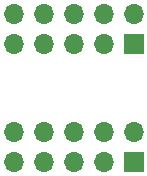
<source format=gbs>
G04 #@! TF.GenerationSoftware,KiCad,Pcbnew,(5.1.6-0-10_14)*
G04 #@! TF.CreationDate,2020-08-07T15:02:42+09:00*
G04 #@! TF.ProjectId,qPCR-photoarray,71504352-2d70-4686-9f74-6f6172726179,rev?*
G04 #@! TF.SameCoordinates,Original*
G04 #@! TF.FileFunction,Soldermask,Bot*
G04 #@! TF.FilePolarity,Negative*
%FSLAX46Y46*%
G04 Gerber Fmt 4.6, Leading zero omitted, Abs format (unit mm)*
G04 Created by KiCad (PCBNEW (5.1.6-0-10_14)) date 2020-08-07 15:02:42*
%MOMM*%
%LPD*%
G01*
G04 APERTURE LIST*
%ADD10R,1.700000X1.700000*%
%ADD11O,1.700000X1.700000*%
G04 APERTURE END LIST*
D10*
G04 #@! TO.C,U2*
X193095000Y-102000000D03*
D11*
X193095000Y-99460000D03*
X190555000Y-102000000D03*
X190555000Y-99460000D03*
X188015000Y-102000000D03*
X188015000Y-99460000D03*
X185475000Y-102000000D03*
X185475000Y-99460000D03*
X182935000Y-102000000D03*
X182935000Y-99460000D03*
G04 #@! TD*
G04 #@! TO.C,U1*
X182935000Y-89460000D03*
X182935000Y-92000000D03*
X185475000Y-89460000D03*
X185475000Y-92000000D03*
X188015000Y-89460000D03*
X188015000Y-92000000D03*
X190555000Y-89460000D03*
X190555000Y-92000000D03*
X193095000Y-89460000D03*
D10*
X193095000Y-92000000D03*
G04 #@! TD*
M02*

</source>
